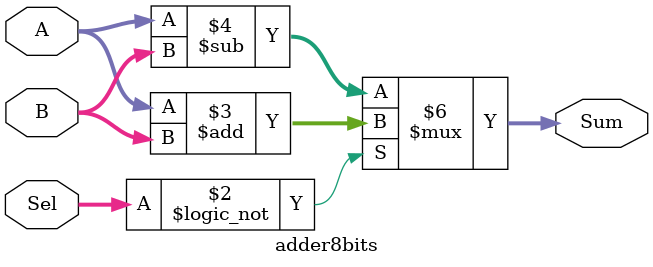
<source format=v>
module adder8bits(
    input [7:0] A,
    input [7:0] B,
    input [1:0] Sel,
    output reg [7:0] Sum    
    );
    always @(A,B,Sel)    
            
    #10
    
    if (Sel == 0)
        Sum  = A + B;        
        
    else
        Sum = A - B;

endmodule

</source>
